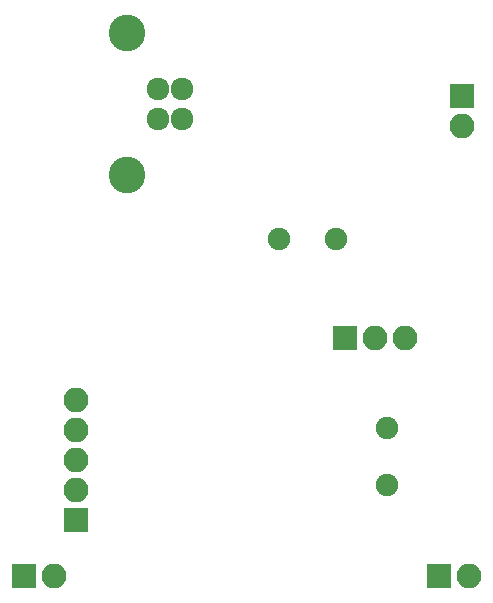
<source format=gbs>
G04 #@! TF.FileFunction,Soldermask,Bot*
%FSLAX46Y46*%
G04 Gerber Fmt 4.6, Leading zero omitted, Abs format (unit mm)*
G04 Created by KiCad (PCBNEW 4.0.7-e1-6374~58~ubuntu14.04.1) date Sat Jan 27 06:03:06 2018*
%MOMM*%
%LPD*%
G01*
G04 APERTURE LIST*
%ADD10C,0.100000*%
%ADD11C,1.920000*%
%ADD12C,3.100000*%
%ADD13R,2.100000X2.100000*%
%ADD14O,2.100000X2.100000*%
%ADD15C,1.900000*%
G04 APERTURE END LIST*
D10*
D11*
X126070000Y-82290000D03*
X126070000Y-84830000D03*
X124070000Y-84830000D03*
X124070000Y-82290000D03*
D12*
X121370000Y-77560000D03*
X121370000Y-89560000D03*
D13*
X149730000Y-82950000D03*
D14*
X149730000Y-85490000D03*
D13*
X117120000Y-118800000D03*
D14*
X117120000Y-116260000D03*
X117120000Y-113720000D03*
X117120000Y-111180000D03*
X117120000Y-108640000D03*
D13*
X147790000Y-123520000D03*
D14*
X150330000Y-123520000D03*
D15*
X134250000Y-95020000D03*
X139130000Y-95020000D03*
X143450000Y-115860000D03*
X143450000Y-110980000D03*
D13*
X112700000Y-123570000D03*
D14*
X115240000Y-123570000D03*
D13*
X139870000Y-103380000D03*
D14*
X142410000Y-103380000D03*
X144950000Y-103380000D03*
M02*

</source>
